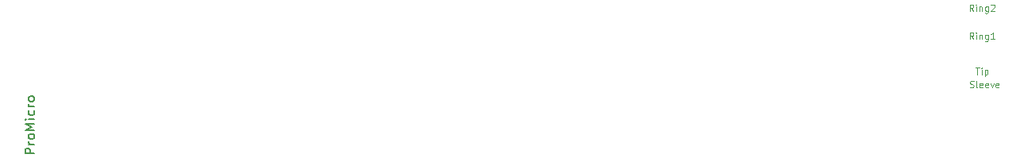
<source format=gbr>
G04 #@! TF.GenerationSoftware,KiCad,Pcbnew,(5.1.4)-1*
G04 #@! TF.CreationDate,2020-12-24T16:56:26-08:00*
G04 #@! TF.ProjectId,fracture-pcb-final,66726163-7475-4726-952d-7063622d6669,rev?*
G04 #@! TF.SameCoordinates,Original*
G04 #@! TF.FileFunction,Other,Fab,Top*
%FSLAX46Y46*%
G04 Gerber Fmt 4.6, Leading zero omitted, Abs format (unit mm)*
G04 Created by KiCad (PCBNEW (5.1.4)-1) date 2020-12-24 16:56:26*
%MOMM*%
%LPD*%
G04 APERTURE LIST*
%ADD10C,0.150000*%
%ADD11C,0.100000*%
G04 APERTURE END LIST*
D10*
X-31932619Y-66396809D02*
X-32932619Y-66396809D01*
X-32932619Y-66015857D01*
X-32885000Y-65920619D01*
X-32837380Y-65873000D01*
X-32742142Y-65825380D01*
X-32599285Y-65825380D01*
X-32504047Y-65873000D01*
X-32456428Y-65920619D01*
X-32408809Y-66015857D01*
X-32408809Y-66396809D01*
X-31932619Y-65396809D02*
X-32599285Y-65396809D01*
X-32408809Y-65396809D02*
X-32504047Y-65349190D01*
X-32551666Y-65301571D01*
X-32599285Y-65206333D01*
X-32599285Y-65111095D01*
X-31932619Y-64634904D02*
X-31980238Y-64730142D01*
X-32027857Y-64777761D01*
X-32123095Y-64825380D01*
X-32408809Y-64825380D01*
X-32504047Y-64777761D01*
X-32551666Y-64730142D01*
X-32599285Y-64634904D01*
X-32599285Y-64492047D01*
X-32551666Y-64396809D01*
X-32504047Y-64349190D01*
X-32408809Y-64301571D01*
X-32123095Y-64301571D01*
X-32027857Y-64349190D01*
X-31980238Y-64396809D01*
X-31932619Y-64492047D01*
X-31932619Y-64634904D01*
X-31932619Y-63873000D02*
X-32932619Y-63873000D01*
X-32218333Y-63539666D01*
X-32932619Y-63206333D01*
X-31932619Y-63206333D01*
X-31932619Y-62730142D02*
X-32599285Y-62730142D01*
X-32932619Y-62730142D02*
X-32885000Y-62777761D01*
X-32837380Y-62730142D01*
X-32885000Y-62682523D01*
X-32932619Y-62730142D01*
X-32837380Y-62730142D01*
X-31980238Y-61825380D02*
X-31932619Y-61920619D01*
X-31932619Y-62111095D01*
X-31980238Y-62206333D01*
X-32027857Y-62253952D01*
X-32123095Y-62301571D01*
X-32408809Y-62301571D01*
X-32504047Y-62253952D01*
X-32551666Y-62206333D01*
X-32599285Y-62111095D01*
X-32599285Y-61920619D01*
X-32551666Y-61825380D01*
X-31932619Y-61396809D02*
X-32599285Y-61396809D01*
X-32408809Y-61396809D02*
X-32504047Y-61349190D01*
X-32551666Y-61301571D01*
X-32599285Y-61206333D01*
X-32599285Y-61111095D01*
X-31932619Y-60634904D02*
X-31980238Y-60730142D01*
X-32027857Y-60777761D01*
X-32123095Y-60825380D01*
X-32408809Y-60825380D01*
X-32504047Y-60777761D01*
X-32551666Y-60730142D01*
X-32599285Y-60634904D01*
X-32599285Y-60492047D01*
X-32551666Y-60396809D01*
X-32504047Y-60349190D01*
X-32408809Y-60301571D01*
X-32123095Y-60301571D01*
X-32027857Y-60349190D01*
X-31980238Y-60396809D01*
X-31932619Y-60492047D01*
X-31932619Y-60634904D01*
D11*
X68139583Y-51191666D02*
X67906250Y-50858333D01*
X67739583Y-51191666D02*
X67739583Y-50491666D01*
X68006250Y-50491666D01*
X68072916Y-50525000D01*
X68106250Y-50558333D01*
X68139583Y-50625000D01*
X68139583Y-50725000D01*
X68106250Y-50791666D01*
X68072916Y-50825000D01*
X68006250Y-50858333D01*
X67739583Y-50858333D01*
X68439583Y-51191666D02*
X68439583Y-50725000D01*
X68439583Y-50491666D02*
X68406250Y-50525000D01*
X68439583Y-50558333D01*
X68472916Y-50525000D01*
X68439583Y-50491666D01*
X68439583Y-50558333D01*
X68772916Y-50725000D02*
X68772916Y-51191666D01*
X68772916Y-50791666D02*
X68806250Y-50758333D01*
X68872916Y-50725000D01*
X68972916Y-50725000D01*
X69039583Y-50758333D01*
X69072916Y-50825000D01*
X69072916Y-51191666D01*
X69706250Y-50725000D02*
X69706250Y-51291666D01*
X69672916Y-51358333D01*
X69639583Y-51391666D01*
X69572916Y-51425000D01*
X69472916Y-51425000D01*
X69406250Y-51391666D01*
X69706250Y-51158333D02*
X69639583Y-51191666D01*
X69506250Y-51191666D01*
X69439583Y-51158333D01*
X69406250Y-51125000D01*
X69372916Y-51058333D01*
X69372916Y-50858333D01*
X69406250Y-50791666D01*
X69439583Y-50758333D01*
X69506250Y-50725000D01*
X69639583Y-50725000D01*
X69706250Y-50758333D01*
X70006250Y-50558333D02*
X70039583Y-50525000D01*
X70106250Y-50491666D01*
X70272916Y-50491666D01*
X70339583Y-50525000D01*
X70372916Y-50558333D01*
X70406250Y-50625000D01*
X70406250Y-50691666D01*
X70372916Y-50791666D01*
X69972916Y-51191666D01*
X70406250Y-51191666D01*
X68139583Y-54191666D02*
X67906250Y-53858333D01*
X67739583Y-54191666D02*
X67739583Y-53491666D01*
X68006250Y-53491666D01*
X68072916Y-53525000D01*
X68106250Y-53558333D01*
X68139583Y-53625000D01*
X68139583Y-53725000D01*
X68106250Y-53791666D01*
X68072916Y-53825000D01*
X68006250Y-53858333D01*
X67739583Y-53858333D01*
X68439583Y-54191666D02*
X68439583Y-53725000D01*
X68439583Y-53491666D02*
X68406250Y-53525000D01*
X68439583Y-53558333D01*
X68472916Y-53525000D01*
X68439583Y-53491666D01*
X68439583Y-53558333D01*
X68772916Y-53725000D02*
X68772916Y-54191666D01*
X68772916Y-53791666D02*
X68806250Y-53758333D01*
X68872916Y-53725000D01*
X68972916Y-53725000D01*
X69039583Y-53758333D01*
X69072916Y-53825000D01*
X69072916Y-54191666D01*
X69706250Y-53725000D02*
X69706250Y-54291666D01*
X69672916Y-54358333D01*
X69639583Y-54391666D01*
X69572916Y-54425000D01*
X69472916Y-54425000D01*
X69406250Y-54391666D01*
X69706250Y-54158333D02*
X69639583Y-54191666D01*
X69506250Y-54191666D01*
X69439583Y-54158333D01*
X69406250Y-54125000D01*
X69372916Y-54058333D01*
X69372916Y-53858333D01*
X69406250Y-53791666D01*
X69439583Y-53758333D01*
X69506250Y-53725000D01*
X69639583Y-53725000D01*
X69706250Y-53758333D01*
X70406250Y-54191666D02*
X70006250Y-54191666D01*
X70206250Y-54191666D02*
X70206250Y-53491666D01*
X70139583Y-53591666D01*
X70072916Y-53658333D01*
X70006250Y-53691666D01*
X68372916Y-57241666D02*
X68772916Y-57241666D01*
X68572916Y-57941666D02*
X68572916Y-57241666D01*
X69006250Y-57941666D02*
X69006250Y-57475000D01*
X69006250Y-57241666D02*
X68972916Y-57275000D01*
X69006250Y-57308333D01*
X69039583Y-57275000D01*
X69006250Y-57241666D01*
X69006250Y-57308333D01*
X69339583Y-57475000D02*
X69339583Y-58175000D01*
X69339583Y-57508333D02*
X69406250Y-57475000D01*
X69539583Y-57475000D01*
X69606250Y-57508333D01*
X69639583Y-57541666D01*
X69672916Y-57608333D01*
X69672916Y-57808333D01*
X69639583Y-57875000D01*
X69606250Y-57908333D01*
X69539583Y-57941666D01*
X69406250Y-57941666D01*
X69339583Y-57908333D01*
X67756250Y-59308333D02*
X67856250Y-59341666D01*
X68022916Y-59341666D01*
X68089583Y-59308333D01*
X68122916Y-59275000D01*
X68156250Y-59208333D01*
X68156250Y-59141666D01*
X68122916Y-59075000D01*
X68089583Y-59041666D01*
X68022916Y-59008333D01*
X67889583Y-58975000D01*
X67822916Y-58941666D01*
X67789583Y-58908333D01*
X67756250Y-58841666D01*
X67756250Y-58775000D01*
X67789583Y-58708333D01*
X67822916Y-58675000D01*
X67889583Y-58641666D01*
X68056250Y-58641666D01*
X68156250Y-58675000D01*
X68556250Y-59341666D02*
X68489583Y-59308333D01*
X68456250Y-59241666D01*
X68456250Y-58641666D01*
X69089583Y-59308333D02*
X69022916Y-59341666D01*
X68889583Y-59341666D01*
X68822916Y-59308333D01*
X68789583Y-59241666D01*
X68789583Y-58975000D01*
X68822916Y-58908333D01*
X68889583Y-58875000D01*
X69022916Y-58875000D01*
X69089583Y-58908333D01*
X69122916Y-58975000D01*
X69122916Y-59041666D01*
X68789583Y-59108333D01*
X69689583Y-59308333D02*
X69622916Y-59341666D01*
X69489583Y-59341666D01*
X69422916Y-59308333D01*
X69389583Y-59241666D01*
X69389583Y-58975000D01*
X69422916Y-58908333D01*
X69489583Y-58875000D01*
X69622916Y-58875000D01*
X69689583Y-58908333D01*
X69722916Y-58975000D01*
X69722916Y-59041666D01*
X69389583Y-59108333D01*
X69956250Y-58875000D02*
X70122916Y-59341666D01*
X70289583Y-58875000D01*
X70822916Y-59308333D02*
X70756250Y-59341666D01*
X70622916Y-59341666D01*
X70556250Y-59308333D01*
X70522916Y-59241666D01*
X70522916Y-58975000D01*
X70556250Y-58908333D01*
X70622916Y-58875000D01*
X70756250Y-58875000D01*
X70822916Y-58908333D01*
X70856250Y-58975000D01*
X70856250Y-59041666D01*
X70522916Y-59108333D01*
M02*

</source>
